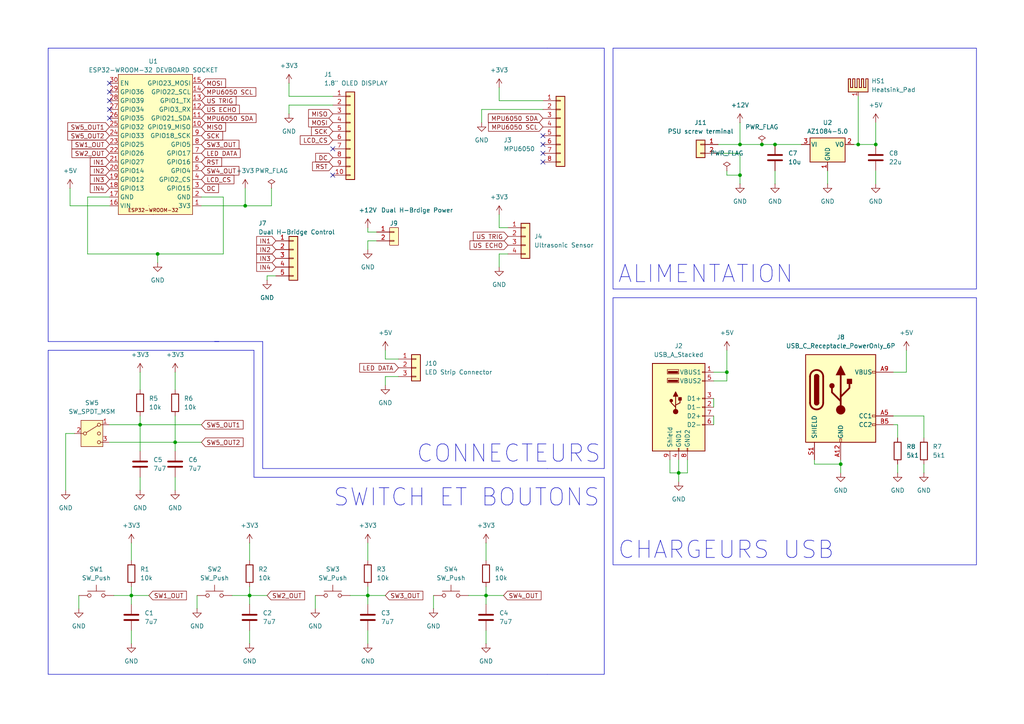
<source format=kicad_sch>
(kicad_sch (version 20231120) (generator "eeschema") (generator_version "8.0")
  (paper "A4")
  (title_block (title "Shield pour la Table-o-tron 9000") (date "2024-10-05") (rev "1.2") (company "Cégep de Saint-Laurent") (comment 1 "243.BA Internet et Robotique") (comment 2 "XU,  Jia Peng"))
  (junction (at 254 41.91))
  (junction (at 106.68 172.72))
  (junction (at 71.12 59.69))
  (junction (at 40.64 123.19))
  (junction (at 224.79 41.91))
  (junction (at 214.63 41.91))
  (junction (at 140.97 172.72))
  (junction (at 220.98 41.91))
  (junction (at 72.39 172.72))
  (junction (at 248.92 41.91))
  (junction (at 210.82 107.95))
  (junction (at 45.72 73.66))
  (junction (at 50.8 128.27))
  (junction (at 214.63 50.8))
  (junction (at 196.85 137.16))
  (junction (at 243.84 134.62))
  (junction (at 38.1 172.72))
  (no_connect (at 157.48 46.99))
  (no_connect (at 31.75 24.13))
  (no_connect (at 31.75 31.75))
  (no_connect (at 157.48 41.91))
  (no_connect (at 157.48 39.37))
  (no_connect (at 31.75 34.29))
  (no_connect (at 96.52 50.8))
  (no_connect (at 31.75 29.21))
  (no_connect (at 31.75 26.67))
  (no_connect (at 157.48 44.45))
  (no_connect (at 96.52 43.18))
  (wire (pts (xy 139.7 35.56) (xy 139.7 31.75)))
  (wire (pts (xy 71.12 59.69) (xy 58.42 59.69)))
  (polyline (pts (xy 13.97 99.06) (xy 13.97 13.97)))
  (wire (pts (xy 243.84 133.35) (xy 243.84 134.62)))
  (polyline (pts (xy 63.5 99.06) (xy 13.97 99.06)))
  (wire (pts (xy 106.68 157.48) (xy 106.68 162.56)))
  (wire (pts (xy 40.64 123.19) (xy 40.64 130.81)))
  (wire (pts (xy 72.39 182.88) (xy 72.39 186.69)))
  (wire (pts (xy 210.82 110.49) (xy 207.01 110.49)))
  (wire (pts (xy 210.82 50.8) (xy 214.63 50.8)))
  (wire (pts (xy 71.12 54.61) (xy 71.12 59.69)))
  (polyline (pts (xy 158.75 135.89) (xy 76.2 135.89)))
  (wire (pts (xy 267.97 134.62) (xy 267.97 137.16)))
  (wire (pts (xy 262.89 101.6) (xy 262.89 107.95)))
  (wire (pts (xy 208.28 41.91) (xy 214.63 41.91)))
  (wire (pts (xy 20.32 54.61) (xy 20.32 59.69)))
  (wire (pts (xy 144.78 73.66) (xy 147.32 73.66)))
  (wire (pts (xy 207.01 120.65) (xy 207.01 123.19)))
  (wire (pts (xy 125.73 172.72) (xy 125.73 176.53)))
  (wire (pts (xy 259.08 120.65) (xy 267.97 120.65)))
  (wire (pts (xy 40.64 123.19) (xy 58.42 123.19)))
  (wire (pts (xy 259.08 123.19) (xy 260.35 123.19)))
  (wire (pts (xy 106.68 170.18) (xy 106.68 172.72)))
  (polyline (pts (xy 13.97 101.6) (xy 73.66 101.6)))
  (wire (pts (xy 19.05 142.24) (xy 19.05 125.73)))
  (polyline (pts (xy 73.66 138.43) (xy 158.75 138.43)))
  (wire (pts (xy 224.79 41.91) (xy 232.41 41.91)))
  (polyline (pts (xy 175.26 195.58) (xy 158.75 195.58)))
  (wire (pts (xy 247.65 41.91) (xy 248.92 41.91)))
  (wire (pts (xy 199.39 137.16) (xy 196.85 137.16)))
  (wire (pts (xy 214.63 41.91) (xy 220.98 41.91)))
  (wire (pts (xy 67.31 172.72) (xy 72.39 172.72)))
  (wire (pts (xy 140.97 182.88) (xy 140.97 186.69)))
  (wire (pts (xy 267.97 120.65) (xy 267.97 127)))
  (wire (pts (xy 40.64 138.43) (xy 40.64 142.24)))
  (wire (pts (xy 196.85 133.35) (xy 196.85 137.16)))
  (wire (pts (xy 207.01 115.57) (xy 207.01 118.11)))
  (polyline (pts (xy 158.75 135.89) (xy 175.26 135.89)))
  (wire (pts (xy 58.42 57.15) (xy 64.77 57.15)))
  (wire (pts (xy 139.7 31.75) (xy 157.48 31.75)))
  (wire (pts (xy 254 35.56) (xy 254 41.91)))
  (wire (pts (xy 254 49.53) (xy 254 53.34)))
  (wire (pts (xy 83.82 27.94) (xy 96.52 27.94)))
  (wire (pts (xy 38.1 172.72) (xy 38.1 175.26)))
  (wire (pts (xy 140.97 172.72) (xy 140.97 175.26)))
  (wire (pts (xy 64.77 57.15) (xy 64.77 73.66)))
  (wire (pts (xy 210.82 49.53) (xy 210.82 50.8)))
  (wire (pts (xy 38.1 182.88) (xy 38.1 186.69)))
  (wire (pts (xy 144.78 66.04) (xy 147.32 66.04)))
  (wire (pts (xy 83.82 24.13) (xy 83.82 27.94)))
  (wire (pts (xy 31.75 57.15) (xy 25.4 57.15)))
  (wire (pts (xy 144.78 25.4) (xy 144.78 29.21)))
  (wire (pts (xy 260.35 123.19) (xy 260.35 127)))
  (wire (pts (xy 38.1 172.72) (xy 43.18 172.72)))
  (wire (pts (xy 208.28 44.45) (xy 214.63 44.45)))
  (wire (pts (xy 260.35 134.62) (xy 260.35 137.16)))
  (wire (pts (xy 106.68 182.88) (xy 106.68 186.69)))
  (wire (pts (xy 135.89 172.72) (xy 140.97 172.72)))
  (wire (pts (xy 38.1 170.18) (xy 38.1 172.72)))
  (wire (pts (xy 83.82 33.02) (xy 83.82 30.48)))
  (polyline (pts (xy 175.26 13.97) (xy 158.75 13.97)))
  (wire (pts (xy 144.78 77.47) (xy 144.78 73.66)))
  (wire (pts (xy 236.22 133.35) (xy 236.22 134.62)))
  (wire (pts (xy 106.68 66.04) (xy 106.68 67.31)))
  (wire (pts (xy 50.8 120.65) (xy 50.8 128.27)))
  (wire (pts (xy 194.31 137.16) (xy 196.85 137.16)))
  (polyline (pts (xy 158.75 195.58) (xy 13.97 195.58)))
  (wire (pts (xy 45.72 73.66) (xy 64.77 73.66)))
  (wire (pts (xy 194.31 133.35) (xy 194.31 137.16)))
  (wire (pts (xy 210.82 107.95) (xy 210.82 110.49)))
  (wire (pts (xy 31.75 123.19) (xy 40.64 123.19)))
  (wire (pts (xy 262.89 107.95) (xy 259.08 107.95)))
  (wire (pts (xy 240.03 49.53) (xy 240.03 53.34)))
  (wire (pts (xy 33.02 172.72) (xy 38.1 172.72)))
  (wire (pts (xy 106.68 172.72) (xy 106.68 175.26)))
  (wire (pts (xy 72.39 172.72) (xy 77.47 172.72)))
  (wire (pts (xy 22.86 172.72) (xy 22.86 176.53)))
  (wire (pts (xy 25.4 73.66) (xy 45.72 73.66)))
  (wire (pts (xy 57.15 172.72) (xy 57.15 176.53)))
  (wire (pts (xy 236.22 134.62) (xy 243.84 134.62)))
  (wire (pts (xy 40.64 120.65) (xy 40.64 123.19)))
  (wire (pts (xy 144.78 29.21) (xy 157.48 29.21)))
  (wire (pts (xy 106.68 172.72) (xy 111.76 172.72)))
  (wire (pts (xy 210.82 101.6) (xy 210.82 107.95)))
  (wire (pts (xy 25.4 57.15) (xy 25.4 73.66)))
  (wire (pts (xy 140.97 172.72) (xy 146.05 172.72)))
  (wire (pts (xy 77.47 81.28) (xy 77.47 80.01)))
  (wire (pts (xy 40.64 107.95) (xy 40.64 113.03)))
  (wire (pts (xy 196.85 137.16) (xy 196.85 139.7)))
  (wire (pts (xy 220.98 41.91) (xy 224.79 41.91)))
  (wire (pts (xy 106.68 69.85) (xy 109.22 69.85)))
  (wire (pts (xy 115.57 104.14) (xy 111.76 104.14)))
  (wire (pts (xy 140.97 157.48) (xy 140.97 162.56)))
  (wire (pts (xy 111.76 104.14) (xy 111.76 101.6)))
  (wire (pts (xy 77.47 80.01) (xy 80.01 80.01)))
  (wire (pts (xy 101.6 172.72) (xy 106.68 172.72)))
  (wire (pts (xy 19.05 125.73) (xy 21.59 125.73)))
  (wire (pts (xy 31.75 128.27) (xy 50.8 128.27)))
  (wire (pts (xy 106.68 72.39) (xy 106.68 69.85)))
  (polyline (pts (xy 175.26 138.43) (xy 175.26 195.58)))
  (wire (pts (xy 91.44 172.72) (xy 91.44 176.53)))
  (wire (pts (xy 248.92 27.94) (xy 248.92 41.91)))
  (wire (pts (xy 50.8 128.27) (xy 58.42 128.27)))
  (wire (pts (xy 214.63 50.8) (xy 214.63 53.34)))
  (wire (pts (xy 111.76 109.22) (xy 115.57 109.22)))
  (wire (pts (xy 214.63 35.56) (xy 214.63 41.91)))
  (wire (pts (xy 50.8 128.27) (xy 50.8 130.81)))
  (wire (pts (xy 72.39 157.48) (xy 72.39 162.56)))
  (wire (pts (xy 140.97 170.18) (xy 140.97 172.72)))
  (wire (pts (xy 243.84 134.62) (xy 243.84 137.16)))
  (polyline (pts (xy 73.66 101.6) (xy 73.66 138.43)))
  (polyline (pts (xy 175.26 135.89) (xy 175.26 13.97)))
  (wire (pts (xy 224.79 49.53) (xy 224.79 53.34)))
  (wire (pts (xy 50.8 138.43) (xy 50.8 142.24)))
  (wire (pts (xy 72.39 170.18) (xy 72.39 172.72)))
  (polyline (pts (xy 13.97 13.97) (xy 158.75 13.97)))
  (wire (pts (xy 106.68 67.31) (xy 109.22 67.31)))
  (wire (pts (xy 45.72 73.66) (xy 45.72 76.2)))
  (wire (pts (xy 31.75 59.69) (xy 20.32 59.69)))
  (wire (pts (xy 214.63 44.45) (xy 214.63 50.8)))
  (wire (pts (xy 38.1 157.48) (xy 38.1 162.56)))
  (polyline (pts (xy 158.75 138.43) (xy 175.26 138.43)))
  (wire (pts (xy 50.8 107.95) (xy 50.8 113.03)))
  (polyline (pts (xy 76.2 135.89) (xy 76.2 99.06)))
  (wire (pts (xy 207.01 107.95) (xy 210.82 107.95)))
  (wire (pts (xy 78.74 54.61) (xy 78.74 59.69)))
  (polyline (pts (xy 76.2 99.06) (xy 62.23 99.06)))
  (wire (pts (xy 199.39 133.35) (xy 199.39 137.16)))
  (wire (pts (xy 83.82 30.48) (xy 96.52 30.48)))
  (wire (pts (xy 111.76 111.76) (xy 111.76 109.22)))
  (wire (pts (xy 78.74 59.69) (xy 71.12 59.69)))
  (wire (pts (xy 144.78 62.23) (xy 144.78 66.04)))
  (wire (pts (xy 248.92 41.91) (xy 254 41.91)))
  (wire (pts (xy 72.39 172.72) (xy 72.39 175.26)))
  (polyline (pts (xy 13.97 101.6) (xy 13.97 195.58)))
  (rectangle (start 177.8 13.97) (end 283.21 83.82))
  (rectangle (start 177.8 86.36) (end 283.21 163.83))
  (text "CONNECTEURS" (at 120.65 134.62 0) (effects (font (size 5 5)) (justify left bottom)))
  (text "CHARGEURS USB" (at 179.07 162.56 0) (effects (font (size 5 5)) (justify left bottom)))
  (text "SWITCH ET BOUTONS" (at 96.52 147.32 0) (effects (font (size 5 5)) (justify left bottom)))
  (text "ALIMENTATION" (at 179.07 82.55 0) (effects (font (size 5 5)) (justify left bottom)))
  (global_label "US ECHO" (shape input) (at 147.32 71.12 180) (property "Intersheetrefs" "${INTERSHEET_REFS}" (effects (hide yes))))
  (global_label "SW1_OUT" (shape input) (at 43.18 172.72 0) (property "Intersheetrefs" "${INTERSHEET_REFS}" (effects (hide yes))))
  (global_label "RST" (shape input) (at 96.52 48.26 180) (property "Intersheetrefs" "${INTERSHEET_REFS}" (effects (hide yes))))
  (global_label "DC" (shape input) (at 96.52 45.72 180) (property "Intersheetrefs" "${INTERSHEET_REFS}" (effects (hide yes))))
  (global_label "LED DATA" (shape input) (at 115.57 106.68 180) (property "Intersheetrefs" "${INTERSHEET_REFS}" (effects (hide yes))))
  (global_label "MPU6050 SCL" (shape input) (at 58.42 26.67 0) (property "Intersheetrefs" "${INTERSHEET_REFS}" (effects (hide yes))))
  (global_label "SW5_OUT2" (shape input) (at 31.75 39.37 180) (property "Intersheetrefs" "${INTERSHEET_REFS}" (effects (hide yes))))
  (global_label "IN1" (shape input) (at 80.01 69.85 180) (property "Intersheetrefs" "${INTERSHEET_REFS}" (effects (hide yes))))
  (global_label "MPU6050 SDA" (shape input) (at 157.48 34.29 180) (property "Intersheetrefs" "${INTERSHEET_REFS}" (effects (hide yes))))
  (global_label "SW5_OUT1" (shape input) (at 58.42 123.19 0) (property "Intersheetrefs" "${INTERSHEET_REFS}" (effects (hide yes))))
  (global_label "SCK" (shape input) (at 96.52 38.1 180) (property "Intersheetrefs" "${INTERSHEET_REFS}" (effects (hide yes))))
  (global_label "MISO" (shape input) (at 58.42 36.83 0) (property "Intersheetrefs" "${INTERSHEET_REFS}" (effects (hide yes))))
  (global_label "SW2_OUT" (shape input) (at 31.75 44.45 180) (property "Intersheetrefs" "${INTERSHEET_REFS}" (effects (hide yes))))
  (global_label "IN3" (shape input) (at 31.75 52.07 180) (property "Intersheetrefs" "${INTERSHEET_REFS}" (effects (hide yes))))
  (global_label "IN4" (shape input) (at 31.75 54.61 180) (property "Intersheetrefs" "${INTERSHEET_REFS}" (effects (hide yes))))
  (global_label "SCK" (shape input) (at 58.42 39.37 0) (property "Intersheetrefs" "${INTERSHEET_REFS}" (effects (hide yes))))
  (global_label "SW1_OUT" (shape input) (at 31.75 41.91 180) (property "Intersheetrefs" "${INTERSHEET_REFS}" (effects (hide yes))))
  (global_label "RST" (shape input) (at 58.42 46.99 0) (property "Intersheetrefs" "${INTERSHEET_REFS}" (effects (hide yes))))
  (global_label "MOSI" (shape input) (at 58.42 24.13 0) (property "Intersheetrefs" "${INTERSHEET_REFS}" (effects (hide yes))))
  (global_label "MOSI" (shape input) (at 96.52 35.56 180) (property "Intersheetrefs" "${INTERSHEET_REFS}" (effects (hide yes))))
  (global_label "SW3_OUT" (shape input) (at 58.42 41.91 0) (property "Intersheetrefs" "${INTERSHEET_REFS}" (effects (hide yes))))
  (global_label "SW3_OUT" (shape input) (at 111.76 172.72 0) (property "Intersheetrefs" "${INTERSHEET_REFS}" (effects (hide yes))))
  (global_label "IN1" (shape input) (at 31.75 46.99 180) (property "Intersheetrefs" "${INTERSHEET_REFS}" (effects (hide yes))))
  (global_label "MISO" (shape input) (at 96.52 33.02 180) (property "Intersheetrefs" "${INTERSHEET_REFS}" (effects (hide yes))))
  (global_label "LCD_CS" (shape input) (at 96.52 40.64 180) (property "Intersheetrefs" "${INTERSHEET_REFS}" (effects (hide yes))))
  (global_label "IN3" (shape input) (at 80.01 74.93 180) (property "Intersheetrefs" "${INTERSHEET_REFS}" (effects (hide yes))))
  (global_label "US ECHO" (shape input) (at 58.42 31.75 0) (property "Intersheetrefs" "${INTERSHEET_REFS}" (effects (hide yes))))
  (global_label "SW4_OUT" (shape input) (at 58.42 49.53 0) (property "Intersheetrefs" "${INTERSHEET_REFS}" (effects (hide yes))))
  (global_label "IN2" (shape input) (at 31.75 49.53 180) (property "Intersheetrefs" "${INTERSHEET_REFS}" (effects (hide yes))))
  (global_label "IN4" (shape input) (at 80.01 77.47 180) (property "Intersheetrefs" "${INTERSHEET_REFS}" (effects (hide yes))))
  (global_label "US TRIG" (shape input) (at 147.32 68.58 180) (property "Intersheetrefs" "${INTERSHEET_REFS}" (effects (hide yes))))
  (global_label "LED DATA" (shape input) (at 58.42 44.45 0) (property "Intersheetrefs" "${INTERSHEET_REFS}" (effects (hide yes))))
  (global_label "LCD_CS" (shape input) (at 58.42 52.07 0) (property "Intersheetrefs" "${INTERSHEET_REFS}" (effects (hide yes))))
  (global_label "DC" (shape input) (at 58.42 54.61 0) (property "Intersheetrefs" "${INTERSHEET_REFS}" (effects (hide yes))))
  (global_label "IN2" (shape input) (at 80.01 72.39 180) (property "Intersheetrefs" "${INTERSHEET_REFS}" (effects (hide yes))))
  (global_label "MPU6050 SDA" (shape input) (at 58.42 34.29 0) (property "Intersheetrefs" "${INTERSHEET_REFS}" (effects (hide yes))))
  (global_label "SW2_OUT" (shape input) (at 77.47 172.72 0) (property "Intersheetrefs" "${INTERSHEET_REFS}" (effects (hide yes))))
  (global_label "SW4_OUT" (shape input) (at 146.05 172.72 0) (property "Intersheetrefs" "${INTERSHEET_REFS}" (effects (hide yes))))
  (global_label "SW5_OUT2" (shape input) (at 58.42 128.27 0) (property "Intersheetrefs" "${INTERSHEET_REFS}" (effects (hide yes))))
  (global_label "SW5_OUT1" (shape input) (at 31.75 36.83 180) (property "Intersheetrefs" "${INTERSHEET_REFS}" (effects (hide yes))))
  (global_label "US TRIG" (shape input) (at 58.42 29.21 0) (property "Intersheetrefs" "${INTERSHEET_REFS}" (effects (hide yes))))
  (global_label "MPU6050 SCL" (shape input) (at 157.48 36.83 180) (property "Intersheetrefs" "${INTERSHEET_REFS}" (effects (hide yes))))
  (symbol (lib_name "+3V3_5") (lib_id "power:+3V3") (at 140.97 157.48 0) (unit 1)
    (property "Reference" "#PWR020" (effects (hide yes)))
    (property "Value" "+3V3" (at 140.97 152.4 0))
    (property "Description" "Power symbol creates a global label with name \"+3V3\"" (effects (hide yes)))
  )
  (symbol (lib_id "Device:C") (at 224.79 45.72 0) (unit 1)
    (property "Reference" "C7" (at 228.6 44.45 0) (effects (justify left)))
    (property "Value" "10u" (at 228.6 46.99 0) (effects (justify left)))
    (property "Footprint" "Capacitor_SMD:C_0805_2012Metric_Pad1.18x1.45mm_HandSolder" (effects (hide yes)))
  )
  (symbol (lib_name "GND_22") (lib_id "power:GND") (at 111.76 111.76 0) (unit 1)
    (property "Reference" "#PWR045" (effects (hide yes)))
    (property "Value" "GND" (at 111.76 116.84 0))
    (property "Description" "Power symbol creates a global label with name \"GND\" , ground" (effects (hide yes)))
  )
  (symbol (lib_name "+5V_3") (lib_id "power:+5V") (at 254 35.56 0) (unit 1)
    (property "Reference" "#PWR032" (effects (hide yes)))
    (property "Value" "+5V" (at 254 30.48 0))
    (property "Description" "Power symbol creates a global label with name \"+5V\"" (effects (hide yes)))
  )
  (symbol (lib_name "+5V_2") (lib_id "power:+5V") (at 111.76 101.6 0) (unit 1)
    (property "Reference" "#PWR044" (effects (hide yes)))
    (property "Value" "+5V" (at 111.76 96.52 0))
    (property "Description" "Power symbol creates a global label with name \"+5V\"" (effects (hide yes)))
  )
  (symbol (lib_id "Connector_Generic:Conn_01x03") (at 120.65 106.68 0) (unit 1)
    (property "Reference" "J10" (at 123.19 105.41 0) (effects (justify left)))
    (property "Value" "LED Strip Connector" (at 123.19 107.95 0) (effects (justify left)))
    (property "Footprint" "Connector_PinHeader_2.54mm:PinHeader_1x03_P2.54mm_Vertical" (effects (hide yes)))
  )
  (symbol (lib_name "GND_10") (lib_id "power:GND") (at 91.44 176.53 0) (unit 1)
    (property "Reference" "#PWR016" (effects (hide yes)))
    (property "Value" "GND" (at 91.44 181.61 0))
    (property "Description" "Power symbol creates a global label with name \"GND\" , ground" (effects (hide yes)))
  )
  (symbol (lib_name "GND_17") (lib_id "power:GND") (at 224.79 53.34 0) (unit 1)
    (property "Reference" "#PWR027" (effects (hide yes)))
    (property "Value" "GND" (at 224.79 58.42 0))
    (property "Description" "Power symbol creates a global label with name \"GND\" , ground" (effects (hide yes)))
  )
  (symbol (lib_name "GND_24") (lib_id "power:GND") (at 77.47 81.28 0) (unit 1)
    (property "Reference" "#PWR041" (effects (hide yes)))
    (property "Value" "GND" (at 77.47 86.36 0))
    (property "Description" "Power symbol creates a global label with name \"GND\" , ground" (effects (hide yes)))
  )
  (symbol (lib_id "Device:C") (at 140.97 179.07 0) (unit 1)
    (property "Reference" "C4" (at 144.78 177.8 0) (effects (justify left)))
    (property "Value" "7u7" (at 144.78 180.34 0) (effects (justify left)))
    (property "Footprint" "Capacitor_SMD:C_0805_2012Metric_Pad1.18x1.45mm_HandSolder" (effects (hide yes)))
  )
  (symbol (lib_name "+3V3_2") (lib_id "power:+3V3") (at 83.82 24.13 0) (unit 1)
    (property "Reference" "#PWR05" (effects (hide yes)))
    (property "Value" "+3V3" (at 83.82 19.05 0))
    (property "Description" "Power symbol creates a global label with name \"+3V3\"" (effects (hide yes)))
  )
  (symbol (lib_id "Switch:SW_SPDT_MSM") (at 26.67 125.73 0) (unit 1)
    (property "Reference" "SW5" (at 26.67 116.84 0))
    (property "Value" "SW_SPDT_MSM" (at 26.67 119.38 0))
    (property "Footprint" "JiaLib:BST13T1AVR" (effects (hide yes)))
    (property "Description" "Switch, single pole double throw, center OFF position" (effects (hide yes)))
  )
  (symbol (lib_id "power:+3V3") (at 40.64 107.95 0) (unit 1)
    (property "Reference" "#PWR022" (effects (hide yes)))
    (property "Value" "+3V3" (at 40.64 102.87 0))
    (property "Description" "Power symbol creates a global label with name \"+3V3\"" (effects (hide yes)))
  )
  (symbol (lib_name "GND_1") (lib_id "power:GND") (at 196.85 139.7 0) (unit 1)
    (property "Reference" "#PWR034" (effects (hide yes)))
    (property "Value" "GND" (at 196.85 144.78 0))
    (property "Description" "Power symbol creates a global label with name \"GND\" , ground" (effects (hide yes)))
  )
  (symbol (lib_id "Device:R") (at 40.64 116.84 0) (unit 1)
    (property "Reference" "R5" (at 43.18 115.57 0) (effects (justify left)))
    (property "Value" "10k" (at 43.18 118.11 0) (effects (justify left)))
    (property "Footprint" "Resistor_SMD:R_0805_2012Metric_Pad1.20x1.40mm_HandSolder" (effects (hide yes)))
  )
  (symbol (lib_name "GND_25") (lib_id "power:GND") (at 45.72 76.2 0) (unit 1)
    (property "Reference" "#PWR02" (effects (hide yes)))
    (property "Value" "GND" (at 45.72 81.28 0))
    (property "Description" "Power symbol creates a global label with name \"GND\" , ground" (effects (hide yes)))
  )
  (symbol (lib_name "+12V_2") (lib_id "power:+12V") (at 106.68 66.04 0) (unit 1)
    (property "Reference" "#PWR042" (effects (hide yes)))
    (property "Value" "+12V" (at 106.68 60.96 0))
    (property "Description" "Power symbol creates a global label with name \"+12V\"" (effects (hide yes)))
  )
  (symbol (lib_id "Device:R") (at 260.35 130.81 0) (unit 1)
    (property "Reference" "R8" (at 262.89 129.54 0) (effects (justify left)))
    (property "Value" "5k1" (at 262.89 132.08 0) (effects (justify left)))
    (property "Footprint" "Resistor_SMD:R_0805_2012Metric_Pad1.20x1.40mm_HandSolder" (effects (hide yes)))
  )
  (symbol (lib_name "GND_5") (lib_id "power:GND") (at 22.86 176.53 0) (unit 1)
    (property "Reference" "#PWR012" (effects (hide yes)))
    (property "Value" "GND" (at 22.86 181.61 0))
    (property "Description" "Power symbol creates a global label with name \"GND\" , ground" (effects (hide yes)))
  )
  (symbol (lib_id "Connector_Generic:Conn_01x02") (at 203.2 41.91 0) (mirror y) (unit 1)
    (property "Reference" "J11" (at 203.2 35.56 0))
    (property "Value" "PSU screw terminal" (at 203.2 38.1 0))
    (property "Footprint" "TerminalBlock:TerminalBlock_Wuerth_691311400102_P7.62mm" (effects (hide yes)))
    (property "Description" "Generic connector, single row, 01x02, script generated (kicad-library-utils/schlib/autogen/connector/)" (effects (hide yes)))
  )
  (symbol (lib_id "Device:C") (at 106.68 179.07 0) (unit 1)
    (property "Reference" "C3" (at 110.49 177.8 0) (effects (justify left)))
    (property "Value" "7u7" (at 110.49 180.34 0) (effects (justify left)))
    (property "Footprint" "Capacitor_SMD:C_0805_2012Metric_Pad1.18x1.45mm_HandSolder" (effects (hide yes)))
  )
  (symbol (lib_name "GND_21") (lib_id "power:GND") (at 144.78 77.47 0) (unit 1)
    (property "Reference" "#PWR09" (effects (hide yes)))
    (property "Value" "GND" (at 144.78 82.55 0))
    (property "Description" "Power symbol creates a global label with name \"GND\" , ground" (effects (hide yes)))
  )
  (symbol (lib_name "+3V3_3") (lib_id "power:+3V3") (at 144.78 62.23 0) (unit 1)
    (property "Reference" "#PWR08" (effects (hide yes)))
    (property "Value" "+3V3" (at 144.78 57.15 0))
    (property "Description" "Power symbol creates a global label with name \"+3V3\"" (effects (hide yes)))
  )
  (symbol (lib_id "Connector_Generic:Conn_01x08") (at 162.56 36.83 0) (unit 1)
    (property "Reference" "J3" (at 146.05 40.64 0) (effects (justify left)))
    (property "Value" "MPU6050" (at 146.05 43.18 0) (effects (justify left)))
    (property "Footprint" "Connector_PinHeader_2.54mm:PinHeader_1x08_P2.54mm_Vertical" (effects (hide yes)))
  )
  (symbol (lib_id "Switch:SW_Push") (at 62.23 172.72 0) (unit 1)
    (property "Reference" "SW2" (at 62.23 165.1 0))
    (property "Value" "SW_Push" (at 62.23 167.64 0))
    (property "Footprint" "0CSL_D1_V1:Tactile_90_TE" (effects (hide yes)))
  )
  (symbol (lib_name "GND_12") (lib_id "power:GND") (at 140.97 186.69 0) (unit 1)
    (property "Reference" "#PWR021" (effects (hide yes)))
    (property "Value" "GND" (at 140.97 191.77 0))
    (property "Description" "Power symbol creates a global label with name \"GND\" , ground" (effects (hide yes)))
  )
  (symbol (lib_id "Device:R") (at 106.68 166.37 0) (unit 1)
    (property "Reference" "R3" (at 109.22 165.1 0) (effects (justify left)))
    (property "Value" "10k" (at 109.22 167.64 0) (effects (justify left)))
    (property "Footprint" "Resistor_SMD:R_0805_2012Metric_Pad1.20x1.40mm_HandSolder" (effects (hide yes)))
  )
  (symbol (lib_id "Device:R") (at 267.97 130.81 0) (unit 1)
    (property "Reference" "R7" (at 270.51 129.54 0) (effects (justify left)))
    (property "Value" "5k1" (at 270.51 132.08 0) (effects (justify left)))
    (property "Footprint" "Resistor_SMD:R_0805_2012Metric_Pad1.20x1.40mm_HandSolder" (effects (hide yes)))
  )
  (symbol (lib_name "GND_20") (lib_id "power:GND") (at 139.7 35.56 0) (unit 1)
    (property "Reference" "#PWR07" (effects (hide yes)))
    (property "Value" "GND" (at 139.7 40.64 0))
    (property "Description" "Power symbol creates a global label with name \"GND\" , ground" (effects (hide yes)))
  )
  (symbol (lib_id "Device:R") (at 50.8 116.84 0) (unit 1)
    (property "Reference" "R6" (at 53.34 115.57 0) (effects (justify left)))
    (property "Value" "10k" (at 53.34 118.11 0) (effects (justify left)))
    (property "Footprint" "Resistor_SMD:R_0805_2012Metric_Pad1.20x1.40mm_HandSolder" (effects (hide yes)))
  )
  (symbol (lib_name "GND_18") (lib_id "power:GND") (at 240.03 53.34 0) (unit 1)
    (property "Reference" "#PWR031" (effects (hide yes)))
    (property "Value" "GND" (at 240.03 58.42 0))
    (property "Description" "Power symbol creates a global label with name \"GND\" , ground" (effects (hide yes)))
  )
  (symbol (lib_id "Regulator_Linear:AZ1084-5.0") (at 240.03 41.91 0) (unit 1)
    (property "Reference" "U2" (at 240.03 35.56 0))
    (property "Value" "AZ1084-5.0" (at 240.03 38.1 0))
    (property "Footprint" "JiaLib:AZ1084CD-5.0TRG1" (effects (hide yes)))
    (property "Datasheet" "https://www.diodes.com/assets/Datasheets/AZ1084.pdf" (effects (hide yes)))
    (property "Description" "5A 12V Fixed LDO Linear Regulator, 1.5V, TO-220/TO-252/TO-263" (effects (hide yes)))
  )
  (symbol (lib_name "+3V3_4") (lib_id "power:+3V3") (at 144.78 25.4 0) (unit 1)
    (property "Reference" "#PWR06" (effects (hide yes)))
    (property "Value" "+3V3" (at 144.78 20.32 0))
    (property "Description" "Power symbol creates a global label with name \"+3V3\"" (effects (hide yes)))
  )
  (symbol (lib_id "Device:C") (at 38.1 179.07 0) (unit 1)
    (property "Reference" "C1" (at 41.91 177.8 0) (effects (justify left)))
    (property "Value" "7u7" (at 41.91 180.34 0) (effects (justify left)))
    (property "Footprint" "Capacitor_SMD:C_0805_2012Metric_Pad1.18x1.45mm_HandSolder" (effects (hide yes)))
  )
  (symbol (lib_name "GND_14") (lib_id "power:GND") (at 260.35 137.16 0) (unit 1)
    (property "Reference" "#PWR040" (effects (hide yes)))
    (property "Value" "GND" (at 260.35 142.24 0))
    (property "Description" "Power symbol creates a global label with name \"GND\" , ground" (effects (hide yes)))
  )
  (symbol (lib_id "Connector_Generic:Conn_01x10") (at 101.6 38.1 0) (unit 1)
    (property "Reference" "J1" (at 93.98 21.59 0) (effects (justify left)))
    (property "Value" "1.8\" OLED DISPLAY" (at 93.98 24.13 0) (effects (justify left)))
    (property "Footprint" "Connector_PinHeader_2.54mm:PinHeader_1x10_P2.54mm_Vertical" (effects (hide yes)))
  )
  (symbol (lib_id "Device:R") (at 140.97 166.37 0) (unit 1)
    (property "Reference" "R4" (at 143.51 165.1 0) (effects (justify left)))
    (property "Value" "10k" (at 143.51 167.64 0) (effects (justify left)))
    (property "Footprint" "Resistor_SMD:R_0805_2012Metric_Pad1.20x1.40mm_HandSolder" (effects (hide yes)))
  )
  (symbol (lib_name "+3V3_1") (lib_id "power:+3V3") (at 71.12 54.61 0) (unit 1)
    (property "Reference" "#PWR03" (effects (hide yes)))
    (property "Value" "+3V3" (at 71.12 49.53 0))
    (property "Description" "Power symbol creates a global label with name \"+3V3\"" (effects (hide yes)))
  )
  (symbol (lib_id "power:PWR_FLAG") (at 220.98 41.91 0) (unit 1)
    (property "Reference" "#FLG01" (effects (hide yes)))
    (property "Value" "PWR_FLAG" (at 220.98 36.83 0))
    (property "Description" "Special symbol for telling ERC where power comes from" (effects (hide yes)))
  )
  (symbol (lib_name "GND_7") (lib_id "power:GND") (at 72.39 186.69 0) (unit 1)
    (property "Reference" "#PWR015" (effects (hide yes)))
    (property "Value" "GND" (at 72.39 191.77 0))
    (property "Description" "Power symbol creates a global label with name \"GND\" , ground" (effects (hide yes)))
  )
  (symbol (lib_id "Connector_Generic:Conn_01x05") (at 85.09 74.93 0) (unit 1)
    (property "Reference" "J7" (at 74.93 64.77 0) (effects (justify left)))
    (property "Value" "Dual H-Bridge Control" (at 74.93 67.31 0) (effects (justify left)))
    (property "Footprint" "Connector_PinHeader_2.54mm:PinHeader_1x05_P2.54mm_Vertical" (effects (hide yes)))
  )
  (symbol (lib_name "GND_11") (lib_id "power:GND") (at 125.73 176.53 0) (unit 1)
    (property "Reference" "#PWR019" (effects (hide yes)))
    (property "Value" "GND" (at 125.73 181.61 0))
    (property "Description" "Power symbol creates a global label with name \"GND\" , ground" (effects (hide yes)))
  )
  (symbol (lib_id "Switch:SW_Push") (at 96.52 172.72 0) (unit 1)
    (property "Reference" "SW3" (at 96.52 165.1 0))
    (property "Value" "SW_Push" (at 96.52 167.64 0))
    (property "Footprint" "0CSL_D1_V1:Tactile_90_TE" (effects (hide yes)))
  )
  (symbol (lib_id "power:+5V") (at 262.89 101.6 0) (unit 1)
    (property "Reference" "#PWR037" (effects (hide yes)))
    (property "Value" "+5V" (at 262.89 96.52 0))
    (property "Description" "Power symbol creates a global label with name \"+5V\"" (effects (hide yes)))
  )
  (symbol (lib_id "Device:C") (at 40.64 134.62 0) (unit 1)
    (property "Reference" "C5" (at 44.45 133.35 0) (effects (justify left)))
    (property "Value" "7u7" (at 44.45 135.89 0) (effects (justify left)))
    (property "Footprint" "Capacitor_SMD:C_0805_2012Metric_Pad1.18x1.45mm_HandSolder" (effects (hide yes)))
  )
  (symbol (lib_name "GND_8") (lib_id "power:GND") (at 106.68 186.69 0) (unit 1)
    (property "Reference" "#PWR018" (effects (hide yes)))
    (property "Value" "GND" (at 106.68 191.77 0))
    (property "Description" "Power symbol creates a global label with name \"GND\" , ground" (effects (hide yes)))
  )
  (symbol (lib_id "Device:R") (at 72.39 166.37 0) (unit 1)
    (property "Reference" "R2" (at 74.93 165.1 0) (effects (justify left)))
    (property "Value" "10k" (at 74.93 167.64 0) (effects (justify left)))
    (property "Footprint" "Resistor_SMD:R_0805_2012Metric_Pad1.20x1.40mm_HandSolder" (effects (hide yes)))
  )
  (symbol (lib_id "power:+12V") (at 214.63 35.56 0) (unit 1)
    (property "Reference" "#PWR029" (effects (hide yes)))
    (property "Value" "+12V" (at 214.63 30.48 0))
    (property "Description" "Power symbol creates a global label with name \"+12V\"" (effects (hide yes)))
  )
  (symbol (lib_id "power:PWR_FLAG") (at 78.74 54.61 0) (unit 1)
    (property "Reference" "#FLG04" (effects (hide yes)))
    (property "Value" "PWR_FLAG" (at 78.74 49.53 0))
    (property "Description" "Special symbol for telling ERC where power comes from" (effects (hide yes)))
  )
  (symbol (lib_name "GND_2") (lib_id "power:GND") (at 19.05 142.24 0) (unit 1)
    (property "Reference" "#PWR026" (effects (hide yes)))
    (property "Value" "GND" (at 19.05 147.32 0))
    (property "Description" "Power symbol creates a global label with name \"GND\" , ground" (effects (hide yes)))
  )
  (symbol (lib_name "GND_4") (lib_id "power:GND") (at 50.8 142.24 0) (unit 1)
    (property "Reference" "#PWR025" (effects (hide yes)))
    (property "Value" "GND" (at 50.8 147.32 0))
    (property "Description" "Power symbol creates a global label with name \"GND\" , ground" (effects (hide yes)))
  )
  (symbol (lib_name "GND_6") (lib_id "power:GND") (at 38.1 186.69 0) (unit 1)
    (property "Reference" "#PWR011" (effects (hide yes)))
    (property "Value" "GND" (at 38.1 191.77 0))
    (property "Description" "Power symbol creates a global label with name \"GND\" , ground" (effects (hide yes)))
  )
  (symbol (lib_id "Connector_Generic:Conn_01x04") (at 152.4 68.58 0) (unit 1)
    (property "Reference" "J4" (at 154.94 68.58 0) (effects (justify left)))
    (property "Value" "Ultrasonic Sensor" (at 154.94 71.12 0) (effects (justify left)))
    (property "Footprint" "Connector_PinHeader_2.54mm:PinHeader_1x04_P2.54mm_Vertical" (effects (hide yes)))
  )
  (symbol (lib_id "Switch:SW_Push") (at 130.81 172.72 0) (unit 1)
    (property "Reference" "SW4" (at 130.81 165.1 0))
    (property "Value" "SW_Push" (at 130.81 167.64 0))
    (property "Footprint" "0CSL_D1_V1:Tactile_90_TE" (effects (hide yes)))
  )
  (symbol (lib_name "+5V_1") (lib_id "power:+5V") (at 210.82 101.6 0) (unit 1)
    (property "Reference" "#PWR033" (effects (hide yes)))
    (property "Value" "+5V" (at 210.82 96.52 0))
    (property "Description" "Power symbol creates a global label with name \"+5V\"" (effects (hide yes)))
  )
  (symbol (lib_id "0CSL_D1_V1:Conn_01X02_Molex_Pico_1.25mm") (at 114.3 69.85 0) (unit 1)
    (property "Reference" "J9" (at 113.03 64.77 0) (effects (justify left)))
    (property "Value" "Dual H-Brdige Power" (at 110.49 60.96 0) (effects (justify left)))
    (property "Footprint" "TerminalBlock:TerminalBlock_Wuerth_691311400102_P7.62mm" (effects (hide yes)))
    (property "Cost" "$0.68 " (effects (hide yes)))
    (property "Manufacturer Part Number" "0530480260" (effects (hide yes)))
    (property "Mfg #1" "Molex" (effects (hide yes)))
    (property "No Digikey" "900-0530480260-ND" (effects (hide yes)))
    (property "Projet" "PR5_2022 Andre pour Sandrine Lacroix-Pierre" (effects (hide yes)))
    (property "Projet Prealable" "Lib KiCad / 3D du site Molex" (effects (hide yes)))
    (property "Remarque" "Attention au point d'entrée" (effects (hide yes)))
    (property "Remarque #2" "Plaqué OR flash (peu d'insertions) " (effects (hide yes)))
  )
  (symbol (lib_id "power:PWR_FLAG") (at 210.82 49.53 0) (unit 1)
    (property "Reference" "#FLG03" (effects (hide yes)))
    (property "Value" "PWR_FLAG" (at 210.82 44.45 0))
    (property "Description" "Special symbol for telling ERC where power comes from" (effects (hide yes)))
  )
  (symbol (lib_id "Mechanical:Heatsink_Pad") (at 248.92 25.4 0) (unit 1) (exclude_from_sim yes)
    (property "Reference" "HS1" (at 252.73 23.4949 0) (effects (justify left)))
    (property "Value" "Heatsink_Pad" (at 252.73 26.0349 0) (effects (justify left)))
    (property "Footprint" "HEATSINK_573100D00000G:HEATSINK_573100D00000G" (effects (hide yes)))
    (property "Description" "Heatsink with electrical connection, 1 pin" (effects (hide yes)))
  )
  (symbol (lib_name "+3V3_7") (lib_id "power:+3V3") (at 72.39 157.48 0) (unit 1)
    (property "Reference" "#PWR014" (effects (hide yes)))
    (property "Value" "+3V3" (at 72.39 152.4 0))
    (property "Description" "Power symbol creates a global label with name \"+3V3\"" (effects (hide yes)))
  )
  (symbol (lib_name "GND_16") (lib_id "power:GND") (at 214.63 53.34 0) (unit 1)
    (property "Reference" "#PWR028" (effects (hide yes)))
    (property "Value" "GND" (at 214.63 58.42 0))
    (property "Description" "Power symbol creates a global label with name \"GND\" , ground" (effects (hide yes)))
  )
  (symbol (lib_name "GND_9") (lib_id "power:GND") (at 57.15 176.53 0) (unit 1)
    (property "Reference" "#PWR013" (effects (hide yes)))
    (property "Value" "GND" (at 57.15 181.61 0))
    (property "Description" "Power symbol creates a global label with name \"GND\" , ground" (effects (hide yes)))
  )
  (symbol (lib_id "Switch:SW_Push") (at 27.94 172.72 0) (unit 1)
    (property "Reference" "SW1" (at 27.94 165.1 0))
    (property "Value" "SW_Push" (at 27.94 167.64 0))
    (property "Footprint" "0CSL_D1_V1:Tactile_90_TE" (effects (hide yes)))
  )
  (symbol (lib_name "GND_23") (lib_id "power:GND") (at 106.68 72.39 0) (unit 1)
    (property "Reference" "#PWR043" (effects (hide yes)))
    (property "Value" "GND" (at 106.68 77.47 0))
    (property "Description" "Power symbol creates a global label with name \"GND\" , ground" (effects (hide yes)))
  )
  (symbol (lib_name "GND_19") (lib_id "power:GND") (at 254 53.34 0) (unit 1)
    (property "Reference" "#PWR030" (effects (hide yes)))
    (property "Value" "GND" (at 254 58.42 0))
    (property "Description" "Power symbol creates a global label with name \"GND\" , ground" (effects (hide yes)))
  )
  (symbol (lib_id "Device:C") (at 254 45.72 0) (unit 1)
    (property "Reference" "C8" (at 257.81 44.45 0) (effects (justify left)))
    (property "Value" "22u" (at 257.81 46.99 0) (effects (justify left)))
    (property "Footprint" "Capacitor_SMD:C_0805_2012Metric_Pad1.18x1.45mm_HandSolder" (effects (hide yes)))
  )
  (symbol (lib_name "GND_13") (lib_id "power:GND") (at 243.84 137.16 0) (unit 1)
    (property "Reference" "#PWR038" (effects (hide yes)))
    (property "Value" "GND" (at 243.84 142.24 0))
    (property "Description" "Power symbol creates a global label with name \"GND\" , ground" (effects (hide yes)))
  )
  (symbol (lib_id "Device:C") (at 50.8 134.62 0) (unit 1)
    (property "Reference" "C6" (at 54.61 133.35 0) (effects (justify left)))
    (property "Value" "7u7" (at 54.61 135.89 0) (effects (justify left)))
    (property "Footprint" "Capacitor_SMD:C_0805_2012Metric_Pad1.18x1.45mm_HandSolder" (effects (hide yes)))
  )
  (symbol (lib_name "+5V_1") (lib_id "power:+5V") (at 20.32 54.61 0) (unit 1)
    (property "Reference" "#PWR035" (effects (hide yes)))
    (property "Value" "+5V" (at 20.32 49.53 0))
    (property "Description" "Power symbol creates a global label with name \"+5V\"" (effects (hide yes)))
  )
  (symbol (lib_name "GND_15") (lib_id "power:GND") (at 267.97 137.16 0) (unit 1)
    (property "Reference" "#PWR039" (effects (hide yes)))
    (property "Value" "GND" (at 267.97 142.24 0))
    (property "Description" "Power symbol creates a global label with name \"GND\" , ground" (effects (hide yes)))
  )
  (symbol (lib_id "Device:R") (at 38.1 166.37 0) (unit 1)
    (property "Reference" "R1" (at 40.64 165.1 0) (effects (justify left)))
    (property "Value" "10k" (at 40.64 167.64 0) (effects (justify left)))
    (property "Footprint" "Resistor_SMD:R_0805_2012Metric_Pad1.20x1.40mm_HandSolder" (effects (hide yes)))
  )
  (symbol (lib_id "Connector:USB_A_Stacked") (at 196.85 118.11 0) (unit 1)
    (property "Reference" "J2" (at 196.85 100.33 0))
    (property "Value" "USB_A_Stacked" (at 196.85 102.87 0))
    (property "Footprint" "Connector_USB:USB_A_CUI_UJ2-ADH-TH_Horizontal_Stacked" (effects (hide yes)))
    (property "Description" "USB Type A connector, stacked" (effects (hide yes)))
  )
  (symbol (lib_id "Device:C") (at 72.39 179.07 0) (unit 1)
    (property "Reference" "C2" (at 76.2 177.8 0) (effects (justify left)))
    (property "Value" "7u7" (at 76.2 180.34 0) (effects (justify left)))
    (property "Footprint" "Capacitor_SMD:C_0805_2012Metric_Pad1.18x1.45mm_HandSolder" (effects (hide yes)))
  )
  (symbol (lib_name "+3V3_6") (lib_id "power:+3V3") (at 106.68 157.48 0) (unit 1)
    (property "Reference" "#PWR017" (effects (hide yes)))
    (property "Value" "+3V3" (at 106.68 152.4 0))
    (property "Description" "Power symbol creates a global label with name \"+3V3\"" (effects (hide yes)))
  )
  (symbol (lib_name "+3V3_9") (lib_id "power:+3V3") (at 50.8 107.95 0) (unit 1)
    (property "Reference" "#PWR024" (effects (hide yes)))
    (property "Value" "+3V3" (at 50.8 102.87 0))
    (property "Description" "Power symbol creates a global label with name \"+3V3\"" (effects (hide yes)))
  )
  (symbol (lib_id "JiaLib:ESP23-WROOM-32_socket") (at 41.91 20.32 0) (unit 1)
    (property "Reference" "U1" (at 44.45 17.78 0))
    (property "Value" "ESP32-WROOM-32 DEVBOARD SOCKET" (at 44.45 20.32 0))
    (property "Footprint" "JiaLib:ESP32_WROOM_32" (effects (hide yes)))
  )
  (symbol (lib_id "Connector:USB_C_Receptacle_PowerOnly_6P") (at 243.84 115.57 0) (unit 1)
    (property "Reference" "J8" (at 243.84 97.79 0))
    (property "Value" "USB_C_Receptacle_PowerOnly_6P" (at 243.84 100.33 0))
    (property "Footprint" "Connector_USB:USB_C_Receptacle_GCT_USB4125-xx-x-0190_6P_TopMnt_Horizontal" (effects (hide yes)))
    (property "Datasheet" "https://www.usb.org/sites/default/files/documents/usb_type-c.zip" (effects (hide yes)))
  )
  (symbol (lib_name "+3V3_8") (lib_id "power:+3V3") (at 38.1 157.48 0) (unit 1)
    (property "Reference" "#PWR010" (effects (hide yes)))
    (property "Value" "+3V3" (at 38.1 152.4 0))
    (property "Description" "Power symbol creates a global label with name \"+3V3\"" (effects (hide yes)))
  )
  (symbol (lib_name "GND_3") (lib_id "power:GND") (at 40.64 142.24 0) (unit 1)
    (property "Reference" "#PWR023" (effects (hide yes)))
    (property "Value" "GND" (at 40.64 147.32 0))
    (property "Description" "Power symbol creates a global label with name \"GND\" , ground" (effects (hide yes)))
  )
  (symbol (lib_id "power:GND") (at 83.82 33.02 0) (unit 1)
    (property "Reference" "#PWR01" (effects (hide yes)))
    (property "Value" "GND" (at 83.82 38.1 0))
    (property "Description" "Power symbol creates a global label with name \"GND\" , ground" (effects (hide yes)))
  )
)
</source>
